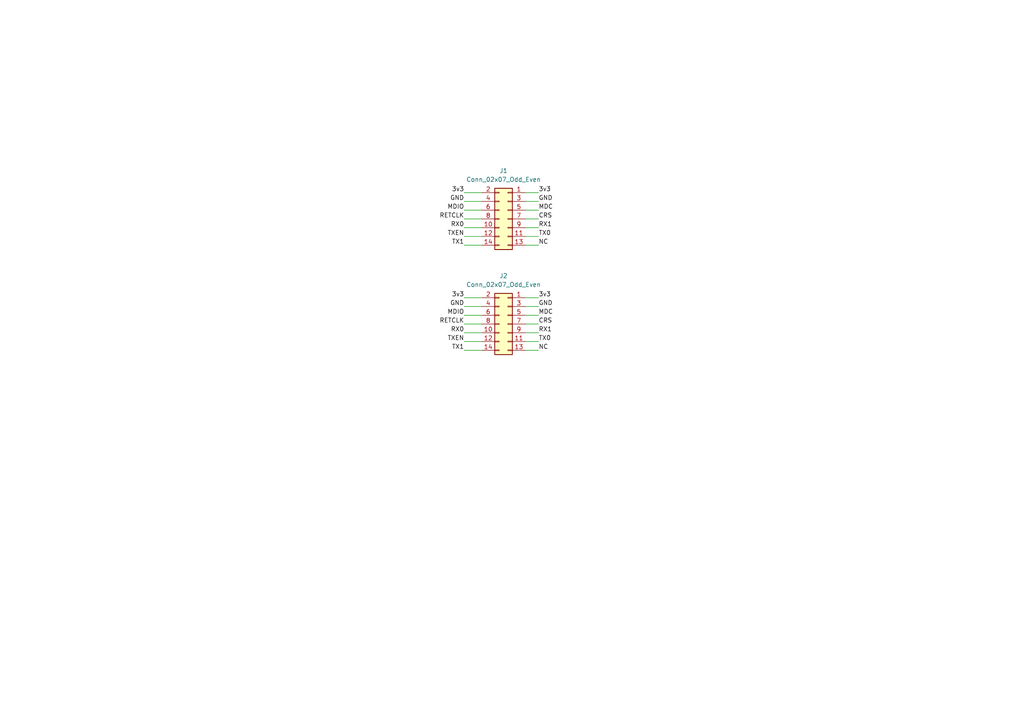
<source format=kicad_sch>
(kicad_sch (version 20211123) (generator eeschema)
  (paper "A4")
  (title_block (title "ESP32 LAN8720 Spacer") (date "24/09/2022") (rev "v1.0") (company "ColossalTurtle"))
  (lib_symbols
    (symbol "Connector_Generic:Conn_02x07_Odd_Even" (pin_names (offset 1.016) hide)
      (property "Reference" "J" (at 1.27 10.16 0))
      (property "Value" "Conn_02x07_Odd_Even" (at 1.27 -10.16 0))
      (symbol "Conn_02x07_Odd_Even_1_1"
        (rectangle (start -1.27 -7.493) (end 0 -7.747) (stroke (width 0.1524)))
        (rectangle (start -1.27 -4.953) (end 0 -5.207) (stroke (width 0.1524)))
        (rectangle (start -1.27 -2.413) (end 0 -2.667) (stroke (width 0.1524)))
        (rectangle (start -1.27 0.127) (end 0 -0.127) (stroke (width 0.1524)))
        (rectangle (start -1.27 2.667) (end 0 2.413) (stroke (width 0.1524)))
        (rectangle (start -1.27 5.207) (end 0 4.953) (stroke (width 0.1524)))
        (rectangle (start -1.27 7.747) (end 0 7.493) (stroke (width 0.1524)))
        (rectangle (start -1.27 8.89) (end 3.81 -8.89) (stroke (width 0.254)) (fill (type background)))
        (rectangle (start 3.81 -7.493) (end 2.54 -7.747) (stroke (width 0.1524)))
        (rectangle (start 3.81 -4.953) (end 2.54 -5.207) (stroke (width 0.1524)))
        (rectangle (start 3.81 -2.413) (end 2.54 -2.667) (stroke (width 0.1524)))
        (rectangle (start 3.81 0.127) (end 2.54 -0.127) (stroke (width 0.1524)))
        (rectangle (start 3.81 2.667) (end 2.54 2.413) (stroke (width 0.1524)))
        (rectangle (start 3.81 5.207) (end 2.54 4.953) (stroke (width 0.1524)))
        (rectangle (start 3.81 7.747) (end 2.54 7.493) (stroke (width 0.1524)))
        (pin passive line (at -5.08 7.62 0) (length 3.81) (name "Pin_1") (number "1"))
        (pin passive line (at 7.62 -2.54 180) (length 3.81) (name "Pin_10") (number "10"))
        (pin passive line (at -5.08 -5.08 0) (length 3.81) (name "Pin_11") (number "11"))
        (pin passive line (at 7.62 -5.08 180) (length 3.81) (name "Pin_12") (number "12"))
        (pin passive line (at -5.08 -7.62 0) (length 3.81) (name "Pin_13") (number "13"))
        (pin passive line (at 7.62 -7.62 180) (length 3.81) (name "Pin_14") (number "14"))
        (pin passive line (at 7.62 7.62 180) (length 3.81) (name "Pin_2") (number "2"))
        (pin passive line (at -5.08 5.08 0) (length 3.81) (name "Pin_3") (number "3"))
        (pin passive line (at 7.62 5.08 180) (length 3.81) (name "Pin_4") (number "4"))
        (pin passive line (at -5.08 2.54 0) (length 3.81) (name "Pin_5") (number "5"))
        (pin passive line (at 7.62 2.54 180) (length 3.81) (name "Pin_6") (number "6"))
        (pin passive line (at -5.08 0 0) (length 3.81) (name "Pin_7") (number "7"))
        (pin passive line (at 7.62 0 180) (length 3.81) (name "Pin_8") (number "8"))
        (pin passive line (at -5.08 -2.54 0) (length 3.81) (name "Pin_9") (number "9"))
      )
    )
  )
  (wire (pts (xy 152.4 68.58) (xy 156.21 68.58)))
  (wire (pts (xy 134.62 91.44) (xy 139.7 91.44)))
  (wire (pts (xy 152.4 96.52) (xy 156.21 96.52)))
  (wire (pts (xy 134.62 71.12) (xy 139.7 71.12)))
  (wire (pts (xy 134.62 93.98) (xy 139.7 93.98)))
  (wire (pts (xy 134.62 68.58) (xy 139.7 68.58)))
  (wire (pts (xy 134.62 96.52) (xy 139.7 96.52)))
  (wire (pts (xy 152.4 93.98) (xy 156.21 93.98)))
  (wire (pts (xy 152.4 91.44) (xy 156.21 91.44)))
  (wire (pts (xy 134.62 86.36) (xy 139.7 86.36)))
  (wire (pts (xy 152.4 99.06) (xy 156.21 99.06)))
  (wire (pts (xy 134.62 60.96) (xy 139.7 60.96)))
  (wire (pts (xy 134.62 99.06) (xy 139.7 99.06)))
  (wire (pts (xy 152.4 60.96) (xy 156.21 60.96)))
  (wire (pts (xy 134.62 63.5) (xy 139.7 63.5)))
  (wire (pts (xy 134.62 55.88) (xy 139.7 55.88)))
  (wire (pts (xy 152.4 63.5) (xy 156.21 63.5)))
  (wire (pts (xy 152.4 86.36) (xy 156.21 86.36)))
  (wire (pts (xy 152.4 55.88) (xy 156.21 55.88)))
  (wire (pts (xy 152.4 58.42) (xy 156.21 58.42)))
  (wire (pts (xy 134.62 66.04) (xy 139.7 66.04)))
  (wire (pts (xy 134.62 58.42) (xy 139.7 58.42)))
  (wire (pts (xy 152.4 66.04) (xy 156.21 66.04)))
  (wire (pts (xy 134.62 101.6) (xy 139.7 101.6)))
  (wire (pts (xy 152.4 71.12) (xy 156.21 71.12)))
  (wire (pts (xy 134.62 88.9) (xy 139.7 88.9)))
  (wire (pts (xy 152.4 88.9) (xy 156.21 88.9)))
  (wire (pts (xy 152.4 101.6) (xy 156.21 101.6)))
  (label "TX1" (at 134.62 71.12 180))
  (label "MDIO" (at 134.62 91.44 180))
  (label "MDC" (at 156.21 60.96 0))
  (label "GND" (at 156.21 88.9 0))
  (label "TX0" (at 156.21 68.58 0))
  (label "GND" (at 156.21 58.42 0))
  (label "3v3" (at 134.62 55.88 180))
  (label "CRS" (at 156.21 93.98 0))
  (label "CRS" (at 156.21 63.5 0))
  (label "RETCLK" (at 134.62 93.98 180))
  (label "GND" (at 134.62 88.9 180))
  (label "TXEN" (at 134.62 68.58 180))
  (label "TXEN" (at 134.62 99.06 180))
  (label "NC" (at 156.21 71.12 0))
  (label "MDC" (at 156.21 91.44 0))
  (label "3v3" (at 134.62 86.36 180))
  (label "TX1" (at 134.62 101.6 180))
  (label "TX0" (at 156.21 99.06 0))
  (label "RX0" (at 134.62 66.04 180))
  (label "GND" (at 134.62 58.42 180))
  (label "RX0" (at 134.62 96.52 180))
  (label "NC" (at 156.21 101.6 0))
  (label "3v3" (at 156.21 86.36 0))
  (label "RETCLK" (at 134.62 63.5 180))
  (label "RX1" (at 156.21 96.52 0))
  (label "3v3" (at 156.21 55.88 0))
  (label "RX1" (at 156.21 66.04 0))
  (label "MDIO" (at 134.62 60.96 180))
  (symbol (lib_id "Connector_Generic:Conn_02x07_Odd_Even") (at 147.32 63.5 0) (mirror y) (unit 1)
    (property "Reference" "J1" (at 146.05 49.53 0))
    (property "Value" "Conn_02x07_Odd_Even" (at 146.05 52.07 0))
    (property "Footprint" "Connector_PinHeader_2.54mm:PinHeader_2x07_P2.54mm_Horizontal" (effects hide))
  )
  (symbol (lib_id "Connector_Generic:Conn_02x07_Odd_Even") (at 147.32 93.98 0) (mirror y) (unit 1)
    (property "Reference" "J2" (at 146.05 80.01 0))
    (property "Value" "Conn_02x07_Odd_Even" (at 146.05 82.55 0))
    (property "Footprint" "Connector_PinSocket_2.54mm:PinSocket_2x07_P2.54mm_Vertical" (effects hide))
  )
)
</source>
